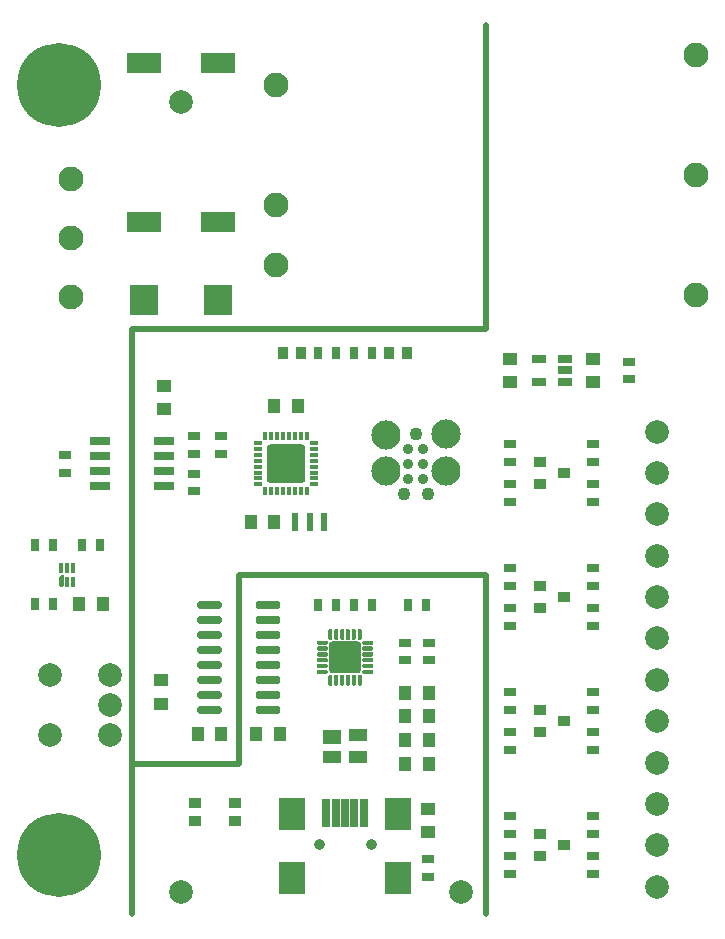
<source format=gts>
G04 #@! TF.GenerationSoftware,KiCad,Pcbnew,5.1.6-c6e7f7d~86~ubuntu18.04.1*
G04 #@! TF.CreationDate,2020-06-28T14:12:15-07:00*
G04 #@! TF.ProjectId,VehicleAccessoryController,56656869-636c-4654-9163-636573736f72,1.0*
G04 #@! TF.SameCoordinates,Original*
G04 #@! TF.FileFunction,Soldermask,Top*
G04 #@! TF.FilePolarity,Negative*
%FSLAX46Y46*%
G04 Gerber Fmt 4.6, Leading zero omitted, Abs format (unit mm)*
G04 Created by KiCad (PCBNEW 5.1.6-c6e7f7d~86~ubuntu18.04.1) date 2020-06-28 14:12:15*
%MOMM*%
%LPD*%
G01*
G04 APERTURE LIST*
%ADD10C,0.500000*%
%ADD11C,0.950000*%
%ADD12R,0.700000X2.450000*%
%ADD13R,2.200000X2.700000*%
%ADD14O,0.390000X0.740000*%
%ADD15O,0.740000X0.390000*%
%ADD16C,7.102000*%
%ADD17C,0.100000*%
%ADD18R,0.380000X0.850000*%
%ADD19C,2.102000*%
%ADD20R,2.472000X2.532000*%
%ADD21R,2.922000X1.672000*%
%ADD22R,1.750000X0.800000*%
%ADD23R,0.902000X1.102000*%
%ADD24R,1.102000X0.902000*%
%ADD25C,2.002000*%
%ADD26R,1.102000X1.302000*%
%ADD27R,1.302000X1.102000*%
%ADD28R,1.502000X1.302000*%
%ADD29R,1.502000X1.102000*%
%ADD30C,2.000000*%
%ADD31C,0.886860*%
%ADD32C,1.090060*%
%ADD33C,1.087520*%
%ADD34C,2.474360*%
%ADD35C,2.471820*%
%ADD36R,1.002000X0.902000*%
%ADD37R,1.102000X0.802000*%
%ADD38R,0.802000X1.102000*%
%ADD39R,0.600000X1.500000*%
%ADD40R,1.162000X0.752000*%
G04 APERTURE END LIST*
D10*
X157900000Y-140700000D02*
X157900000Y-112000000D01*
X128000000Y-91210000D02*
X157900000Y-91210000D01*
X128000000Y-140700000D02*
X128000000Y-91210000D01*
X128000000Y-128000000D02*
X137000000Y-128000000D01*
X137000000Y-112000000D02*
X137000000Y-128000000D01*
X157900000Y-112000000D02*
X137000000Y-112000000D01*
X157900000Y-91210000D02*
X157900000Y-65500000D01*
D11*
X148200000Y-134820000D02*
G75*
G03*
X148200000Y-134820000I0J0D01*
G01*
X143800000Y-134820000D02*
G75*
G03*
X143800000Y-134820000I0J0D01*
G01*
D12*
X147600000Y-132145000D03*
X146800000Y-132145000D03*
X146000000Y-132145000D03*
X145200000Y-132145000D03*
D13*
X150450000Y-137720000D03*
X141550000Y-137720000D03*
X150450000Y-132270000D03*
X141550000Y-132270000D03*
D12*
X144400000Y-132145000D03*
G36*
G01*
X147091608Y-120351000D02*
X144908392Y-120351000D01*
G75*
G02*
X144649000Y-120091608I0J259392D01*
G01*
X144649000Y-117908392D01*
G75*
G02*
X144908392Y-117649000I259392J0D01*
G01*
X147091608Y-117649000D01*
G75*
G02*
X147351000Y-117908392I0J-259392D01*
G01*
X147351000Y-120091608D01*
G75*
G02*
X147091608Y-120351000I-259392J0D01*
G01*
G37*
G36*
G01*
X144438000Y-120426000D02*
X143687000Y-120426000D01*
G75*
G02*
X143599000Y-120338000I0J88000D01*
G01*
X143599000Y-120162000D01*
G75*
G02*
X143687000Y-120074000I88000J0D01*
G01*
X144438000Y-120074000D01*
G75*
G02*
X144526000Y-120162000I0J-88000D01*
G01*
X144526000Y-120338000D01*
G75*
G02*
X144438000Y-120426000I-88000J0D01*
G01*
G37*
G36*
G01*
X144438000Y-119926000D02*
X143687000Y-119926000D01*
G75*
G02*
X143599000Y-119838000I0J88000D01*
G01*
X143599000Y-119662000D01*
G75*
G02*
X143687000Y-119574000I88000J0D01*
G01*
X144438000Y-119574000D01*
G75*
G02*
X144526000Y-119662000I0J-88000D01*
G01*
X144526000Y-119838000D01*
G75*
G02*
X144438000Y-119926000I-88000J0D01*
G01*
G37*
G36*
G01*
X144438000Y-119426000D02*
X143687000Y-119426000D01*
G75*
G02*
X143599000Y-119338000I0J88000D01*
G01*
X143599000Y-119162000D01*
G75*
G02*
X143687000Y-119074000I88000J0D01*
G01*
X144438000Y-119074000D01*
G75*
G02*
X144526000Y-119162000I0J-88000D01*
G01*
X144526000Y-119338000D01*
G75*
G02*
X144438000Y-119426000I-88000J0D01*
G01*
G37*
G36*
G01*
X144438000Y-118926000D02*
X143687000Y-118926000D01*
G75*
G02*
X143599000Y-118838000I0J88000D01*
G01*
X143599000Y-118662000D01*
G75*
G02*
X143687000Y-118574000I88000J0D01*
G01*
X144438000Y-118574000D01*
G75*
G02*
X144526000Y-118662000I0J-88000D01*
G01*
X144526000Y-118838000D01*
G75*
G02*
X144438000Y-118926000I-88000J0D01*
G01*
G37*
G36*
G01*
X144438000Y-118426000D02*
X143687000Y-118426000D01*
G75*
G02*
X143599000Y-118338000I0J88000D01*
G01*
X143599000Y-118162000D01*
G75*
G02*
X143687000Y-118074000I88000J0D01*
G01*
X144438000Y-118074000D01*
G75*
G02*
X144526000Y-118162000I0J-88000D01*
G01*
X144526000Y-118338000D01*
G75*
G02*
X144438000Y-118426000I-88000J0D01*
G01*
G37*
G36*
G01*
X144438000Y-117926000D02*
X143687000Y-117926000D01*
G75*
G02*
X143599000Y-117838000I0J88000D01*
G01*
X143599000Y-117662000D01*
G75*
G02*
X143687000Y-117574000I88000J0D01*
G01*
X144438000Y-117574000D01*
G75*
G02*
X144526000Y-117662000I0J-88000D01*
G01*
X144526000Y-117838000D01*
G75*
G02*
X144438000Y-117926000I-88000J0D01*
G01*
G37*
G36*
G01*
X144838000Y-117526000D02*
X144662000Y-117526000D01*
G75*
G02*
X144574000Y-117438000I0J88000D01*
G01*
X144574000Y-116687000D01*
G75*
G02*
X144662000Y-116599000I88000J0D01*
G01*
X144838000Y-116599000D01*
G75*
G02*
X144926000Y-116687000I0J-88000D01*
G01*
X144926000Y-117438000D01*
G75*
G02*
X144838000Y-117526000I-88000J0D01*
G01*
G37*
G36*
G01*
X145338000Y-117526000D02*
X145162000Y-117526000D01*
G75*
G02*
X145074000Y-117438000I0J88000D01*
G01*
X145074000Y-116687000D01*
G75*
G02*
X145162000Y-116599000I88000J0D01*
G01*
X145338000Y-116599000D01*
G75*
G02*
X145426000Y-116687000I0J-88000D01*
G01*
X145426000Y-117438000D01*
G75*
G02*
X145338000Y-117526000I-88000J0D01*
G01*
G37*
G36*
G01*
X145838000Y-117526000D02*
X145662000Y-117526000D01*
G75*
G02*
X145574000Y-117438000I0J88000D01*
G01*
X145574000Y-116687000D01*
G75*
G02*
X145662000Y-116599000I88000J0D01*
G01*
X145838000Y-116599000D01*
G75*
G02*
X145926000Y-116687000I0J-88000D01*
G01*
X145926000Y-117438000D01*
G75*
G02*
X145838000Y-117526000I-88000J0D01*
G01*
G37*
G36*
G01*
X146338000Y-117526000D02*
X146162000Y-117526000D01*
G75*
G02*
X146074000Y-117438000I0J88000D01*
G01*
X146074000Y-116687000D01*
G75*
G02*
X146162000Y-116599000I88000J0D01*
G01*
X146338000Y-116599000D01*
G75*
G02*
X146426000Y-116687000I0J-88000D01*
G01*
X146426000Y-117438000D01*
G75*
G02*
X146338000Y-117526000I-88000J0D01*
G01*
G37*
G36*
G01*
X146838000Y-117526000D02*
X146662000Y-117526000D01*
G75*
G02*
X146574000Y-117438000I0J88000D01*
G01*
X146574000Y-116687000D01*
G75*
G02*
X146662000Y-116599000I88000J0D01*
G01*
X146838000Y-116599000D01*
G75*
G02*
X146926000Y-116687000I0J-88000D01*
G01*
X146926000Y-117438000D01*
G75*
G02*
X146838000Y-117526000I-88000J0D01*
G01*
G37*
G36*
G01*
X147338000Y-117526000D02*
X147162000Y-117526000D01*
G75*
G02*
X147074000Y-117438000I0J88000D01*
G01*
X147074000Y-116687000D01*
G75*
G02*
X147162000Y-116599000I88000J0D01*
G01*
X147338000Y-116599000D01*
G75*
G02*
X147426000Y-116687000I0J-88000D01*
G01*
X147426000Y-117438000D01*
G75*
G02*
X147338000Y-117526000I-88000J0D01*
G01*
G37*
G36*
G01*
X148313000Y-117926000D02*
X147562000Y-117926000D01*
G75*
G02*
X147474000Y-117838000I0J88000D01*
G01*
X147474000Y-117662000D01*
G75*
G02*
X147562000Y-117574000I88000J0D01*
G01*
X148313000Y-117574000D01*
G75*
G02*
X148401000Y-117662000I0J-88000D01*
G01*
X148401000Y-117838000D01*
G75*
G02*
X148313000Y-117926000I-88000J0D01*
G01*
G37*
G36*
G01*
X148313000Y-118426000D02*
X147562000Y-118426000D01*
G75*
G02*
X147474000Y-118338000I0J88000D01*
G01*
X147474000Y-118162000D01*
G75*
G02*
X147562000Y-118074000I88000J0D01*
G01*
X148313000Y-118074000D01*
G75*
G02*
X148401000Y-118162000I0J-88000D01*
G01*
X148401000Y-118338000D01*
G75*
G02*
X148313000Y-118426000I-88000J0D01*
G01*
G37*
G36*
G01*
X148313000Y-118926000D02*
X147562000Y-118926000D01*
G75*
G02*
X147474000Y-118838000I0J88000D01*
G01*
X147474000Y-118662000D01*
G75*
G02*
X147562000Y-118574000I88000J0D01*
G01*
X148313000Y-118574000D01*
G75*
G02*
X148401000Y-118662000I0J-88000D01*
G01*
X148401000Y-118838000D01*
G75*
G02*
X148313000Y-118926000I-88000J0D01*
G01*
G37*
G36*
G01*
X148313000Y-119426000D02*
X147562000Y-119426000D01*
G75*
G02*
X147474000Y-119338000I0J88000D01*
G01*
X147474000Y-119162000D01*
G75*
G02*
X147562000Y-119074000I88000J0D01*
G01*
X148313000Y-119074000D01*
G75*
G02*
X148401000Y-119162000I0J-88000D01*
G01*
X148401000Y-119338000D01*
G75*
G02*
X148313000Y-119426000I-88000J0D01*
G01*
G37*
G36*
G01*
X148313000Y-119926000D02*
X147562000Y-119926000D01*
G75*
G02*
X147474000Y-119838000I0J88000D01*
G01*
X147474000Y-119662000D01*
G75*
G02*
X147562000Y-119574000I88000J0D01*
G01*
X148313000Y-119574000D01*
G75*
G02*
X148401000Y-119662000I0J-88000D01*
G01*
X148401000Y-119838000D01*
G75*
G02*
X148313000Y-119926000I-88000J0D01*
G01*
G37*
G36*
G01*
X148313000Y-120426000D02*
X147562000Y-120426000D01*
G75*
G02*
X147474000Y-120338000I0J88000D01*
G01*
X147474000Y-120162000D01*
G75*
G02*
X147562000Y-120074000I88000J0D01*
G01*
X148313000Y-120074000D01*
G75*
G02*
X148401000Y-120162000I0J-88000D01*
G01*
X148401000Y-120338000D01*
G75*
G02*
X148313000Y-120426000I-88000J0D01*
G01*
G37*
G36*
G01*
X147338000Y-121401000D02*
X147162000Y-121401000D01*
G75*
G02*
X147074000Y-121313000I0J88000D01*
G01*
X147074000Y-120562000D01*
G75*
G02*
X147162000Y-120474000I88000J0D01*
G01*
X147338000Y-120474000D01*
G75*
G02*
X147426000Y-120562000I0J-88000D01*
G01*
X147426000Y-121313000D01*
G75*
G02*
X147338000Y-121401000I-88000J0D01*
G01*
G37*
G36*
G01*
X146838000Y-121401000D02*
X146662000Y-121401000D01*
G75*
G02*
X146574000Y-121313000I0J88000D01*
G01*
X146574000Y-120562000D01*
G75*
G02*
X146662000Y-120474000I88000J0D01*
G01*
X146838000Y-120474000D01*
G75*
G02*
X146926000Y-120562000I0J-88000D01*
G01*
X146926000Y-121313000D01*
G75*
G02*
X146838000Y-121401000I-88000J0D01*
G01*
G37*
G36*
G01*
X146338000Y-121401000D02*
X146162000Y-121401000D01*
G75*
G02*
X146074000Y-121313000I0J88000D01*
G01*
X146074000Y-120562000D01*
G75*
G02*
X146162000Y-120474000I88000J0D01*
G01*
X146338000Y-120474000D01*
G75*
G02*
X146426000Y-120562000I0J-88000D01*
G01*
X146426000Y-121313000D01*
G75*
G02*
X146338000Y-121401000I-88000J0D01*
G01*
G37*
G36*
G01*
X145838000Y-121401000D02*
X145662000Y-121401000D01*
G75*
G02*
X145574000Y-121313000I0J88000D01*
G01*
X145574000Y-120562000D01*
G75*
G02*
X145662000Y-120474000I88000J0D01*
G01*
X145838000Y-120474000D01*
G75*
G02*
X145926000Y-120562000I0J-88000D01*
G01*
X145926000Y-121313000D01*
G75*
G02*
X145838000Y-121401000I-88000J0D01*
G01*
G37*
G36*
G01*
X145338000Y-121401000D02*
X145162000Y-121401000D01*
G75*
G02*
X145074000Y-121313000I0J88000D01*
G01*
X145074000Y-120562000D01*
G75*
G02*
X145162000Y-120474000I88000J0D01*
G01*
X145338000Y-120474000D01*
G75*
G02*
X145426000Y-120562000I0J-88000D01*
G01*
X145426000Y-121313000D01*
G75*
G02*
X145338000Y-121401000I-88000J0D01*
G01*
G37*
G36*
G01*
X144838000Y-121401000D02*
X144662000Y-121401000D01*
G75*
G02*
X144574000Y-121313000I0J88000D01*
G01*
X144574000Y-120562000D01*
G75*
G02*
X144662000Y-120474000I88000J0D01*
G01*
X144838000Y-120474000D01*
G75*
G02*
X144926000Y-120562000I0J-88000D01*
G01*
X144926000Y-121313000D01*
G75*
G02*
X144838000Y-121401000I-88000J0D01*
G01*
G37*
D14*
X142750000Y-100250000D03*
X142250000Y-100250000D03*
X141750000Y-100250000D03*
X141250000Y-100250000D03*
X140750000Y-100250000D03*
X140250000Y-100250000D03*
X139750000Y-100250000D03*
X139250000Y-100250000D03*
X142750000Y-104950000D03*
X142250000Y-104950000D03*
X141750000Y-104950000D03*
X141250000Y-104950000D03*
X140750000Y-104950000D03*
X140250000Y-104950000D03*
X139750000Y-104950000D03*
D15*
X143350000Y-100850000D03*
X138650000Y-100850000D03*
X143350000Y-101350000D03*
X138650000Y-101350000D03*
X143350000Y-101850000D03*
X138650000Y-101850000D03*
X143350000Y-102350000D03*
X138650000Y-102350000D03*
X143350000Y-102850000D03*
X138650000Y-102850000D03*
X143350000Y-103350000D03*
X138650000Y-103350000D03*
X143350000Y-103850000D03*
X138650000Y-103850000D03*
X143350000Y-104350000D03*
X138650000Y-104350000D03*
D14*
X139250000Y-104950000D03*
G36*
G01*
X142333200Y-104250000D02*
X139666800Y-104250000D01*
G75*
G02*
X139350000Y-103933200I0J316800D01*
G01*
X139350000Y-101266800D01*
G75*
G02*
X139666800Y-100950000I316800J0D01*
G01*
X142333200Y-100950000D01*
G75*
G02*
X142650000Y-101266800I0J-316800D01*
G01*
X142650000Y-103933200D01*
G75*
G02*
X142333200Y-104250000I-316800J0D01*
G01*
G37*
D16*
X121800000Y-135700000D03*
X121800000Y-70500000D03*
D17*
G36*
X122139755Y-112050961D02*
G01*
X122149134Y-112053806D01*
X122157779Y-112058427D01*
X122165355Y-112064645D01*
X122171573Y-112072221D01*
X122176194Y-112080866D01*
X122179039Y-112090245D01*
X122180000Y-112100000D01*
X122180000Y-112950000D01*
X122179039Y-112959755D01*
X122176194Y-112969134D01*
X122171573Y-112977779D01*
X122165355Y-112985355D01*
X122157779Y-112991573D01*
X122149134Y-112996194D01*
X122139755Y-112999039D01*
X122130000Y-113000000D01*
X121850000Y-113000000D01*
X121840245Y-112999039D01*
X121830866Y-112996194D01*
X121822221Y-112991573D01*
X121814645Y-112985355D01*
X121808427Y-112977779D01*
X121803806Y-112969134D01*
X121800961Y-112959755D01*
X121800000Y-112950000D01*
X121800000Y-112240000D01*
X121800961Y-112230245D01*
X121803806Y-112220866D01*
X121808427Y-112212221D01*
X121814645Y-112204645D01*
X121954645Y-112064645D01*
X121962221Y-112058427D01*
X121970866Y-112053806D01*
X121980245Y-112050961D01*
X121990000Y-112050000D01*
X122130000Y-112050000D01*
X122139755Y-112050961D01*
G37*
D18*
X122990000Y-112575000D03*
X122490000Y-112575000D03*
X122990000Y-111425000D03*
X122490000Y-111425000D03*
X121990000Y-111425000D03*
D19*
X140120000Y-70580000D03*
X140120000Y-80740000D03*
X140120000Y-85820000D03*
X175680000Y-88360000D03*
X175680000Y-78200000D03*
X175680000Y-68040000D03*
D20*
X128950000Y-88700000D03*
X135250000Y-88700000D03*
D19*
X122800000Y-88500000D03*
X122800000Y-78500000D03*
X122800000Y-83500000D03*
D21*
X128940000Y-82130000D03*
X128940000Y-68670000D03*
X135260000Y-82130000D03*
X135260000Y-68670000D03*
D22*
X130640000Y-104505000D03*
X125240000Y-104505000D03*
X130640000Y-103235000D03*
X125240000Y-103235000D03*
X130640000Y-101965000D03*
X125240000Y-101965000D03*
X130640000Y-100695000D03*
X125240000Y-100695000D03*
D23*
X149750000Y-93200000D03*
X151250000Y-93200000D03*
X142250000Y-93200000D03*
X140750000Y-93200000D03*
D24*
X136700000Y-132850000D03*
X136700000Y-131350000D03*
X133300000Y-132850000D03*
X133300000Y-131350000D03*
D25*
X120990000Y-125540000D03*
X120990000Y-120460000D03*
X126070000Y-125540000D03*
X126070000Y-123000000D03*
X126070000Y-120460000D03*
X172400000Y-99900000D03*
X172400000Y-103400000D03*
X172400000Y-106900000D03*
X172400000Y-110400000D03*
X172400000Y-113900000D03*
X172400000Y-117400000D03*
X172400000Y-120900000D03*
X172400000Y-124400000D03*
X172400000Y-127900000D03*
X172400000Y-131400000D03*
X172400000Y-134900000D03*
X172400000Y-138400000D03*
D26*
X140000000Y-107500000D03*
X138000000Y-107500000D03*
X140000000Y-97700000D03*
X142000000Y-97700000D03*
X125490000Y-114500000D03*
X123490000Y-114500000D03*
D27*
X130640000Y-96000000D03*
X130640000Y-98000000D03*
D26*
X151100000Y-122000000D03*
X153100000Y-122000000D03*
X151100000Y-124000000D03*
X153100000Y-124000000D03*
X151100000Y-126000000D03*
X153100000Y-126000000D03*
X153100000Y-128000000D03*
X151100000Y-128000000D03*
D27*
X153000000Y-133820000D03*
X153000000Y-131820000D03*
X130400000Y-120905000D03*
X130400000Y-122905000D03*
D26*
X140475000Y-125500000D03*
X138475000Y-125500000D03*
X135525000Y-125500000D03*
X133525000Y-125500000D03*
D28*
X144900000Y-125730000D03*
D29*
X144900000Y-127450000D03*
X147100000Y-127450000D03*
X147100000Y-125550000D03*
D30*
X132100000Y-72000000D03*
X132100000Y-138900000D03*
X155840000Y-138900000D03*
D31*
X151365000Y-101330000D03*
X152635000Y-101330000D03*
X151365000Y-102600000D03*
X152635000Y-102600000D03*
X151365000Y-103870000D03*
X152635000Y-103870000D03*
D32*
X152000000Y-100060000D03*
D33*
X153016000Y-105140000D03*
X150984000Y-105140000D03*
D34*
X154540000Y-100060000D03*
D35*
X154540000Y-103235000D03*
X149460000Y-100187000D03*
X149460000Y-103235000D03*
D36*
X164500000Y-103400000D03*
X162500000Y-104350000D03*
X162500000Y-102450000D03*
X162500000Y-123450000D03*
X162500000Y-125350000D03*
X164500000Y-124400000D03*
X164500000Y-134900000D03*
X162500000Y-135850000D03*
X162500000Y-133950000D03*
D37*
X170000000Y-95450000D03*
X170000000Y-93950000D03*
X135500000Y-100250000D03*
X135500000Y-101750000D03*
D38*
X119740000Y-109500000D03*
X121240000Y-109500000D03*
X125240000Y-109500000D03*
X123740000Y-109500000D03*
X121240000Y-114500000D03*
X119740000Y-114500000D03*
X146750000Y-93200000D03*
X148250000Y-93200000D03*
X143750000Y-93200000D03*
X145250000Y-93200000D03*
D37*
X160000000Y-102450000D03*
X160000000Y-100950000D03*
X160000000Y-111450000D03*
X160000000Y-112950000D03*
X160000000Y-123450000D03*
X160000000Y-121950000D03*
X160000000Y-132450000D03*
X160000000Y-133950000D03*
X160000000Y-105850000D03*
X160000000Y-104350000D03*
X160000000Y-114850000D03*
X160000000Y-116350000D03*
X160000000Y-125350000D03*
X160000000Y-126850000D03*
X160000000Y-137350000D03*
X160000000Y-135850000D03*
X167000000Y-100950000D03*
X167000000Y-102450000D03*
X167000000Y-112950000D03*
X167000000Y-111450000D03*
X167000000Y-121950000D03*
X167000000Y-123450000D03*
X167000000Y-133950000D03*
X167000000Y-132450000D03*
X167000000Y-104350000D03*
X167000000Y-105850000D03*
X167000000Y-114850000D03*
X167000000Y-116350000D03*
X167000000Y-125350000D03*
X167000000Y-126850000D03*
X167000000Y-137350000D03*
X167000000Y-135850000D03*
X122300000Y-101850000D03*
X122300000Y-103350000D03*
X133200000Y-104950000D03*
X133200000Y-103450000D03*
X133200000Y-101750000D03*
X133200000Y-100250000D03*
X153000000Y-137570000D03*
X153000000Y-136070000D03*
D38*
X151350000Y-114600000D03*
X152850000Y-114600000D03*
X148250000Y-114600000D03*
X146750000Y-114600000D03*
X145250000Y-114600000D03*
X143750000Y-114600000D03*
D37*
X151100000Y-117750000D03*
X151100000Y-119250000D03*
X153100000Y-117750000D03*
X153100000Y-119250000D03*
D39*
X143000000Y-107500000D03*
X141800000Y-107500000D03*
X144200000Y-107500000D03*
G36*
G01*
X140501000Y-123269500D02*
X140501000Y-123620500D01*
G75*
G02*
X140325500Y-123796000I-175500J0D01*
G01*
X138624500Y-123796000D01*
G75*
G02*
X138449000Y-123620500I0J175500D01*
G01*
X138449000Y-123269500D01*
G75*
G02*
X138624500Y-123094000I175500J0D01*
G01*
X140325500Y-123094000D01*
G75*
G02*
X140501000Y-123269500I0J-175500D01*
G01*
G37*
G36*
G01*
X140501000Y-121999500D02*
X140501000Y-122350500D01*
G75*
G02*
X140325500Y-122526000I-175500J0D01*
G01*
X138624500Y-122526000D01*
G75*
G02*
X138449000Y-122350500I0J175500D01*
G01*
X138449000Y-121999500D01*
G75*
G02*
X138624500Y-121824000I175500J0D01*
G01*
X140325500Y-121824000D01*
G75*
G02*
X140501000Y-121999500I0J-175500D01*
G01*
G37*
G36*
G01*
X140501000Y-120729500D02*
X140501000Y-121080500D01*
G75*
G02*
X140325500Y-121256000I-175500J0D01*
G01*
X138624500Y-121256000D01*
G75*
G02*
X138449000Y-121080500I0J175500D01*
G01*
X138449000Y-120729500D01*
G75*
G02*
X138624500Y-120554000I175500J0D01*
G01*
X140325500Y-120554000D01*
G75*
G02*
X140501000Y-120729500I0J-175500D01*
G01*
G37*
G36*
G01*
X140501000Y-119459500D02*
X140501000Y-119810500D01*
G75*
G02*
X140325500Y-119986000I-175500J0D01*
G01*
X138624500Y-119986000D01*
G75*
G02*
X138449000Y-119810500I0J175500D01*
G01*
X138449000Y-119459500D01*
G75*
G02*
X138624500Y-119284000I175500J0D01*
G01*
X140325500Y-119284000D01*
G75*
G02*
X140501000Y-119459500I0J-175500D01*
G01*
G37*
G36*
G01*
X140501000Y-118189500D02*
X140501000Y-118540500D01*
G75*
G02*
X140325500Y-118716000I-175500J0D01*
G01*
X138624500Y-118716000D01*
G75*
G02*
X138449000Y-118540500I0J175500D01*
G01*
X138449000Y-118189500D01*
G75*
G02*
X138624500Y-118014000I175500J0D01*
G01*
X140325500Y-118014000D01*
G75*
G02*
X140501000Y-118189500I0J-175500D01*
G01*
G37*
G36*
G01*
X140501000Y-116919500D02*
X140501000Y-117270500D01*
G75*
G02*
X140325500Y-117446000I-175500J0D01*
G01*
X138624500Y-117446000D01*
G75*
G02*
X138449000Y-117270500I0J175500D01*
G01*
X138449000Y-116919500D01*
G75*
G02*
X138624500Y-116744000I175500J0D01*
G01*
X140325500Y-116744000D01*
G75*
G02*
X140501000Y-116919500I0J-175500D01*
G01*
G37*
G36*
G01*
X140501000Y-115649500D02*
X140501000Y-116000500D01*
G75*
G02*
X140325500Y-116176000I-175500J0D01*
G01*
X138624500Y-116176000D01*
G75*
G02*
X138449000Y-116000500I0J175500D01*
G01*
X138449000Y-115649500D01*
G75*
G02*
X138624500Y-115474000I175500J0D01*
G01*
X140325500Y-115474000D01*
G75*
G02*
X140501000Y-115649500I0J-175500D01*
G01*
G37*
G36*
G01*
X140501000Y-114379500D02*
X140501000Y-114730500D01*
G75*
G02*
X140325500Y-114906000I-175500J0D01*
G01*
X138624500Y-114906000D01*
G75*
G02*
X138449000Y-114730500I0J175500D01*
G01*
X138449000Y-114379500D01*
G75*
G02*
X138624500Y-114204000I175500J0D01*
G01*
X140325500Y-114204000D01*
G75*
G02*
X140501000Y-114379500I0J-175500D01*
G01*
G37*
G36*
G01*
X135551000Y-114379500D02*
X135551000Y-114730500D01*
G75*
G02*
X135375500Y-114906000I-175500J0D01*
G01*
X133674500Y-114906000D01*
G75*
G02*
X133499000Y-114730500I0J175500D01*
G01*
X133499000Y-114379500D01*
G75*
G02*
X133674500Y-114204000I175500J0D01*
G01*
X135375500Y-114204000D01*
G75*
G02*
X135551000Y-114379500I0J-175500D01*
G01*
G37*
G36*
G01*
X135551000Y-115649500D02*
X135551000Y-116000500D01*
G75*
G02*
X135375500Y-116176000I-175500J0D01*
G01*
X133674500Y-116176000D01*
G75*
G02*
X133499000Y-116000500I0J175500D01*
G01*
X133499000Y-115649500D01*
G75*
G02*
X133674500Y-115474000I175500J0D01*
G01*
X135375500Y-115474000D01*
G75*
G02*
X135551000Y-115649500I0J-175500D01*
G01*
G37*
G36*
G01*
X135551000Y-116919500D02*
X135551000Y-117270500D01*
G75*
G02*
X135375500Y-117446000I-175500J0D01*
G01*
X133674500Y-117446000D01*
G75*
G02*
X133499000Y-117270500I0J175500D01*
G01*
X133499000Y-116919500D01*
G75*
G02*
X133674500Y-116744000I175500J0D01*
G01*
X135375500Y-116744000D01*
G75*
G02*
X135551000Y-116919500I0J-175500D01*
G01*
G37*
G36*
G01*
X135551000Y-118189500D02*
X135551000Y-118540500D01*
G75*
G02*
X135375500Y-118716000I-175500J0D01*
G01*
X133674500Y-118716000D01*
G75*
G02*
X133499000Y-118540500I0J175500D01*
G01*
X133499000Y-118189500D01*
G75*
G02*
X133674500Y-118014000I175500J0D01*
G01*
X135375500Y-118014000D01*
G75*
G02*
X135551000Y-118189500I0J-175500D01*
G01*
G37*
G36*
G01*
X135551000Y-119459500D02*
X135551000Y-119810500D01*
G75*
G02*
X135375500Y-119986000I-175500J0D01*
G01*
X133674500Y-119986000D01*
G75*
G02*
X133499000Y-119810500I0J175500D01*
G01*
X133499000Y-119459500D01*
G75*
G02*
X133674500Y-119284000I175500J0D01*
G01*
X135375500Y-119284000D01*
G75*
G02*
X135551000Y-119459500I0J-175500D01*
G01*
G37*
G36*
G01*
X135551000Y-120729500D02*
X135551000Y-121080500D01*
G75*
G02*
X135375500Y-121256000I-175500J0D01*
G01*
X133674500Y-121256000D01*
G75*
G02*
X133499000Y-121080500I0J175500D01*
G01*
X133499000Y-120729500D01*
G75*
G02*
X133674500Y-120554000I175500J0D01*
G01*
X135375500Y-120554000D01*
G75*
G02*
X135551000Y-120729500I0J-175500D01*
G01*
G37*
G36*
G01*
X135551000Y-121999500D02*
X135551000Y-122350500D01*
G75*
G02*
X135375500Y-122526000I-175500J0D01*
G01*
X133674500Y-122526000D01*
G75*
G02*
X133499000Y-122350500I0J175500D01*
G01*
X133499000Y-121999500D01*
G75*
G02*
X133674500Y-121824000I175500J0D01*
G01*
X135375500Y-121824000D01*
G75*
G02*
X135551000Y-121999500I0J-175500D01*
G01*
G37*
G36*
G01*
X135551000Y-123269500D02*
X135551000Y-123620500D01*
G75*
G02*
X135375500Y-123796000I-175500J0D01*
G01*
X133674500Y-123796000D01*
G75*
G02*
X133499000Y-123620500I0J175500D01*
G01*
X133499000Y-123269500D01*
G75*
G02*
X133674500Y-123094000I175500J0D01*
G01*
X135375500Y-123094000D01*
G75*
G02*
X135551000Y-123269500I0J-175500D01*
G01*
G37*
D40*
X164600000Y-95650000D03*
X164600000Y-94700000D03*
X164600000Y-93750000D03*
X162400000Y-93750000D03*
X162400000Y-95650000D03*
D27*
X167000000Y-93700000D03*
X167000000Y-95700000D03*
X160000000Y-93700000D03*
X160000000Y-95700000D03*
D36*
X162500000Y-112950000D03*
X162500000Y-114850000D03*
X164500000Y-113900000D03*
M02*

</source>
